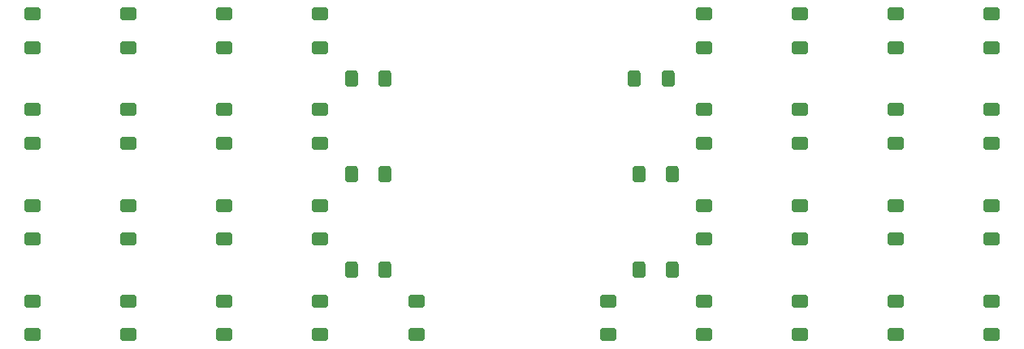
<source format=gbr>
%TF.GenerationSoftware,KiCad,Pcbnew,7.0.8*%
%TF.CreationDate,2023-10-14T21:27:48-05:00*%
%TF.ProjectId,buinchiez40,6275696e-6368-4696-957a-34302e6b6963,rev?*%
%TF.SameCoordinates,Original*%
%TF.FileFunction,Paste,Top*%
%TF.FilePolarity,Positive*%
%FSLAX46Y46*%
G04 Gerber Fmt 4.6, Leading zero omitted, Abs format (unit mm)*
G04 Created by KiCad (PCBNEW 7.0.8) date 2023-10-14 21:27:48*
%MOMM*%
%LPD*%
G01*
G04 APERTURE LIST*
G04 Aperture macros list*
%AMRoundRect*
0 Rectangle with rounded corners*
0 $1 Rounding radius*
0 $2 $3 $4 $5 $6 $7 $8 $9 X,Y pos of 4 corners*
0 Add a 4 corners polygon primitive as box body*
4,1,4,$2,$3,$4,$5,$6,$7,$8,$9,$2,$3,0*
0 Add four circle primitives for the rounded corners*
1,1,$1+$1,$2,$3*
1,1,$1+$1,$4,$5*
1,1,$1+$1,$6,$7*
1,1,$1+$1,$8,$9*
0 Add four rect primitives between the rounded corners*
20,1,$1+$1,$2,$3,$4,$5,0*
20,1,$1+$1,$4,$5,$6,$7,0*
20,1,$1+$1,$6,$7,$8,$9,0*
20,1,$1+$1,$8,$9,$2,$3,0*%
G04 Aperture macros list end*
%ADD10RoundRect,0.250000X0.600000X-0.400000X0.600000X0.400000X-0.600000X0.400000X-0.600000X-0.400000X0*%
%ADD11RoundRect,0.250000X0.400000X0.600000X-0.400000X0.600000X-0.400000X-0.600000X0.400000X-0.600000X0*%
%ADD12RoundRect,0.250000X-0.400000X-0.600000X0.400000X-0.600000X0.400000X0.600000X-0.400000X0.600000X0*%
G04 APERTURE END LIST*
D10*
%TO.C,D29*%
X185000000Y-81750000D03*
X185000000Y-78250000D03*
%TD*%
%TO.C,D20*%
X195000000Y-71750000D03*
X195000000Y-68250000D03*
%TD*%
D11*
%TO.C,D25*%
X131750000Y-85000000D03*
X128250000Y-85000000D03*
%TD*%
D10*
%TO.C,D21*%
X95000000Y-81750000D03*
X95000000Y-78250000D03*
%TD*%
%TO.C,D40*%
X195000000Y-91750000D03*
X195000000Y-88250000D03*
%TD*%
D11*
%TO.C,D15*%
X131750000Y-75000000D03*
X128250000Y-75000000D03*
%TD*%
D10*
%TO.C,D27*%
X165000000Y-81750000D03*
X165000000Y-78250000D03*
%TD*%
D12*
%TO.C,D16*%
X158250000Y-75000000D03*
X161750000Y-75000000D03*
%TD*%
D10*
%TO.C,D19*%
X185000000Y-71750000D03*
X185000000Y-68250000D03*
%TD*%
%TO.C,D11*%
X95000000Y-71750000D03*
X95000000Y-68250000D03*
%TD*%
%TO.C,D37*%
X165000000Y-91750000D03*
X165000000Y-88250000D03*
%TD*%
D12*
%TO.C,D26*%
X158250000Y-85000000D03*
X161750000Y-85000000D03*
%TD*%
%TO.C,D6*%
X157750000Y-65000000D03*
X161250000Y-65000000D03*
%TD*%
D10*
%TO.C,D9*%
X185000000Y-61750000D03*
X185000000Y-58250000D03*
%TD*%
%TO.C,D36*%
X155000000Y-91750000D03*
X155000000Y-88250000D03*
%TD*%
%TO.C,D18*%
X175000000Y-71750000D03*
X175000000Y-68250000D03*
%TD*%
%TO.C,D38*%
X175000000Y-91750000D03*
X175000000Y-88250000D03*
%TD*%
%TO.C,D31*%
X95000000Y-91750000D03*
X95000000Y-88250000D03*
%TD*%
%TO.C,D2*%
X105000000Y-61750000D03*
X105000000Y-58250000D03*
%TD*%
%TO.C,D10*%
X195000000Y-61750000D03*
X195000000Y-58250000D03*
%TD*%
%TO.C,D23*%
X115000000Y-81750000D03*
X115000000Y-78250000D03*
%TD*%
%TO.C,D13*%
X115000000Y-71750000D03*
X115000000Y-68250000D03*
%TD*%
%TO.C,D3*%
X115000000Y-61750000D03*
X115000000Y-58250000D03*
%TD*%
%TO.C,D35*%
X135000000Y-91750000D03*
X135000000Y-88250000D03*
%TD*%
%TO.C,D33*%
X115000000Y-91750000D03*
X115000000Y-88250000D03*
%TD*%
%TO.C,D14*%
X125000000Y-71750000D03*
X125000000Y-68250000D03*
%TD*%
%TO.C,D28*%
X175000000Y-81750000D03*
X175000000Y-78250000D03*
%TD*%
%TO.C,D8*%
X175000000Y-61750000D03*
X175000000Y-58250000D03*
%TD*%
%TO.C,D4*%
X125000000Y-61750000D03*
X125000000Y-58250000D03*
%TD*%
%TO.C,D24*%
X125000000Y-81750000D03*
X125000000Y-78250000D03*
%TD*%
%TO.C,D32*%
X105000000Y-91750000D03*
X105000000Y-88250000D03*
%TD*%
D11*
%TO.C,D5*%
X128250000Y-65000000D03*
X131750000Y-65000000D03*
%TD*%
D10*
%TO.C,D17*%
X165000000Y-71750000D03*
X165000000Y-68250000D03*
%TD*%
%TO.C,D34*%
X125000000Y-91750000D03*
X125000000Y-88250000D03*
%TD*%
%TO.C,D7*%
X165000000Y-61750000D03*
X165000000Y-58250000D03*
%TD*%
%TO.C,D12*%
X105000000Y-71750000D03*
X105000000Y-68250000D03*
%TD*%
%TO.C,D22*%
X105000000Y-81750000D03*
X105000000Y-78250000D03*
%TD*%
%TO.C,D1*%
X95000000Y-61750000D03*
X95000000Y-58250000D03*
%TD*%
%TO.C,D30*%
X195000000Y-81750000D03*
X195000000Y-78250000D03*
%TD*%
%TO.C,D39*%
X185000000Y-91750000D03*
X185000000Y-88250000D03*
%TD*%
M02*

</source>
